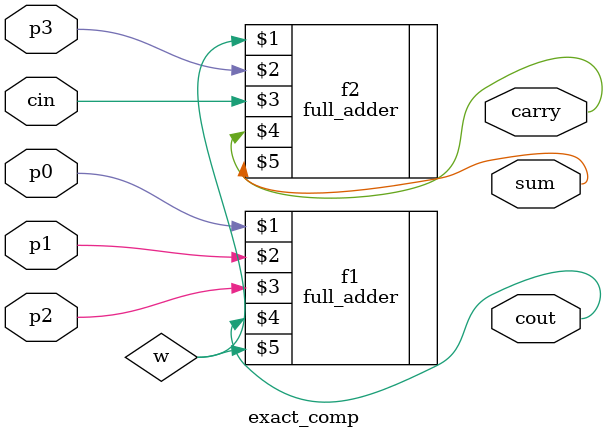
<source format=v>
module exact_comp (
    input p0,p1,p2,p3,cin,
    output cout,carry,sum
);

wire w;

full_adder f1(p0,p1,p2,cout,w);
full_adder f2(w,p3,cin,carry,sum);
    
endmodule
</source>
